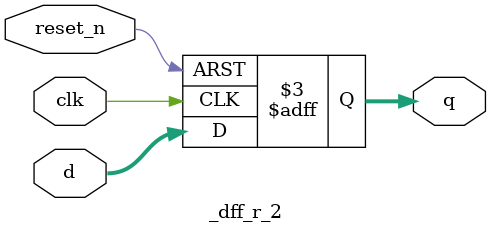
<source format=v>
module _dff_r_2(clk, reset_n, d, q);
	input clk,reset_n;
	input [1:0] d;
	output reg [1:0] q;
	
	// 2 bit flip flop
	always@(posedge clk or negedge reset_n)
	begin
		if(reset_n == 0) q <= 0;
		else q <= d;
	end
endmodule
	
</source>
